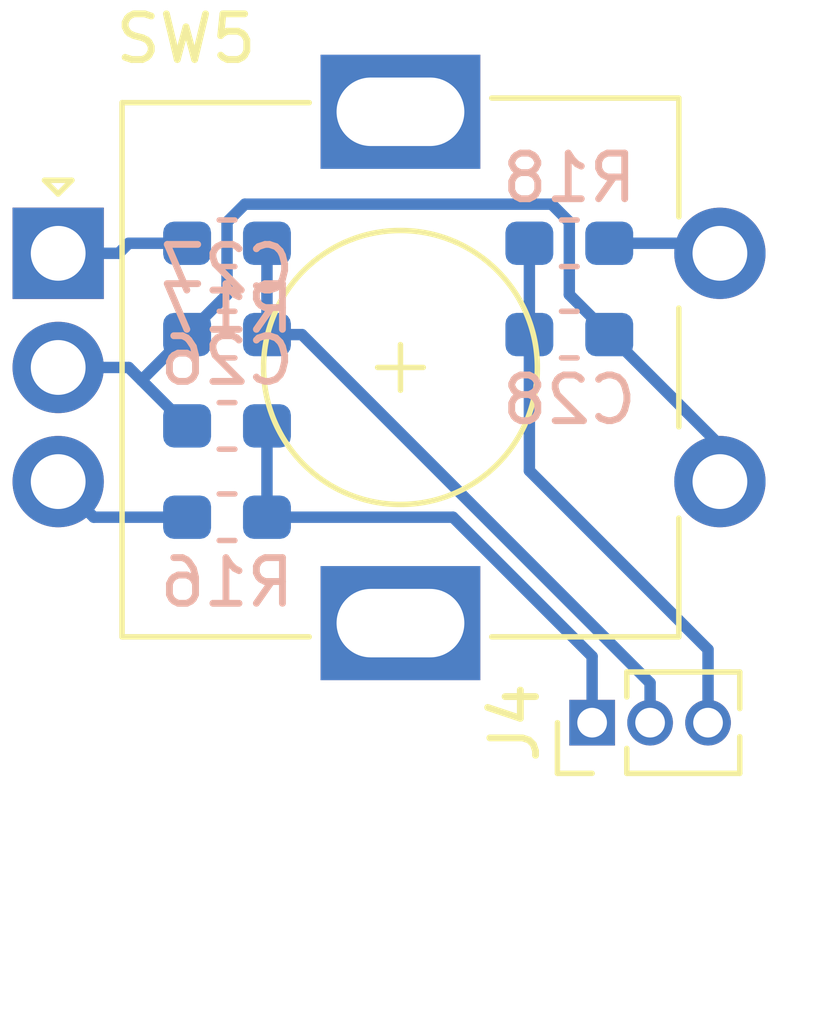
<source format=kicad_pcb>
(kicad_pcb (version 20171130) (host pcbnew 5.1.2-f72e74a~84~ubuntu18.04.1)

  (general
    (thickness 1.6)
    (drawings 0)
    (tracks 32)
    (zones 0)
    (modules 8)
    (nets 8)
  )

  (page A4)
  (layers
    (0 F.Cu signal)
    (31 B.Cu signal)
    (32 B.Adhes user)
    (33 F.Adhes user)
    (34 B.Paste user)
    (35 F.Paste user)
    (36 B.SilkS user)
    (37 F.SilkS user)
    (38 B.Mask user)
    (39 F.Mask user)
    (40 Dwgs.User user)
    (41 Cmts.User user)
    (42 Eco1.User user)
    (43 Eco2.User user)
    (44 Edge.Cuts user)
    (45 Margin user)
    (46 B.CrtYd user)
    (47 F.CrtYd user)
    (48 B.Fab user)
    (49 F.Fab user)
  )

  (setup
    (last_trace_width 0.25)
    (trace_clearance 0.2)
    (zone_clearance 0.508)
    (zone_45_only no)
    (trace_min 0.2)
    (via_size 0.8)
    (via_drill 0.4)
    (via_min_size 0.4)
    (via_min_drill 0.3)
    (uvia_size 0.3)
    (uvia_drill 0.1)
    (uvias_allowed no)
    (uvia_min_size 0.2)
    (uvia_min_drill 0.1)
    (edge_width 0.1)
    (segment_width 0.2)
    (pcb_text_width 0.3)
    (pcb_text_size 1.5 1.5)
    (mod_edge_width 0.15)
    (mod_text_size 1 1)
    (mod_text_width 0.15)
    (pad_size 1.524 1.524)
    (pad_drill 0.762)
    (pad_to_mask_clearance 0)
    (aux_axis_origin 0 0)
    (visible_elements FFFFFF7F)
    (pcbplotparams
      (layerselection 0x010fc_ffffffff)
      (usegerberextensions false)
      (usegerberattributes false)
      (usegerberadvancedattributes false)
      (creategerberjobfile false)
      (excludeedgelayer true)
      (linewidth 0.100000)
      (plotframeref false)
      (viasonmask false)
      (mode 1)
      (useauxorigin false)
      (hpglpennumber 1)
      (hpglpenspeed 20)
      (hpglpendiameter 15.000000)
      (psnegative false)
      (psa4output false)
      (plotreference true)
      (plotvalue true)
      (plotinvisibletext false)
      (padsonsilk false)
      (subtractmaskfromsilk false)
      (outputformat 1)
      (mirror false)
      (drillshape 1)
      (scaleselection 1)
      (outputdirectory ""))
  )

  (net 0 "")
  (net 1 GND)
  (net 2 /A)
  (net 3 /B)
  (net 4 /SW_OUT)
  (net 5 "Net-(R16-Pad1)")
  (net 6 "Net-(R17-Pad1)")
  (net 7 "Net-(R18-Pad1)")

  (net_class Default "This is the default net class."
    (clearance 0.2)
    (trace_width 0.25)
    (via_dia 0.8)
    (via_drill 0.4)
    (uvia_dia 0.3)
    (uvia_drill 0.1)
    (add_net /A)
    (add_net /B)
    (add_net /SW_OUT)
    (add_net GND)
    (add_net "Net-(R16-Pad1)")
    (add_net "Net-(R17-Pad1)")
    (add_net "Net-(R18-Pad1)")
  )

  (module footprint-lib:RotaryEncoder_Alps_EC11E_Vertical_H20mm (layer F.Cu) (tedit 5CEB77F5) (tstamp 5CF3F9B6)
    (at 18.3 17.22)
    (descr "Alps rotary encoder, EC12E... without switch (pins are dummy), vertical shaft, http://www.alps.com/prod/info/E/HTML/Encoder/Incremental/EC11/EC11E15204A3.html")
    (tags "rotary encoder")
    (path /5D32A3C7)
    (fp_text reference SW5 (at 2.8 -4.7) (layer F.SilkS)
      (effects (font (size 1 1) (thickness 0.15)))
    )
    (fp_text value ROT2 (at 7.5 10.4) (layer F.Fab)
      (effects (font (size 1 1) (thickness 0.15)))
    )
    (fp_circle (center 7.5 2.5) (end 10.5 2.5) (layer F.Fab) (width 0.12))
    (fp_circle (center 7.5 2.5) (end 10.5 2.5) (layer F.SilkS) (width 0.12))
    (fp_line (start 15.5 9.35) (end -1.25 9.35) (layer F.CrtYd) (width 0.05))
    (fp_line (start 15.5 9.35) (end 15.5 -4.35) (layer F.CrtYd) (width 0.05))
    (fp_line (start -1.25 -4.35) (end -1.25 9.35) (layer F.CrtYd) (width 0.05))
    (fp_line (start -1.25 -4.35) (end 15.5 -4.35) (layer F.CrtYd) (width 0.05))
    (fp_line (start 2.5 -3.3) (end 13.5 -3.3) (layer F.Fab) (width 0.12))
    (fp_line (start 13.5 -3.3) (end 13.5 8.3) (layer F.Fab) (width 0.12))
    (fp_line (start 13.5 8.3) (end 1.5 8.3) (layer F.Fab) (width 0.12))
    (fp_line (start 1.5 8.3) (end 1.5 -2.2) (layer F.Fab) (width 0.12))
    (fp_line (start 1.5 -2.2) (end 2.5 -3.3) (layer F.Fab) (width 0.12))
    (fp_line (start 9.5 -3.4) (end 13.6 -3.4) (layer F.SilkS) (width 0.12))
    (fp_line (start 13.6 8.4) (end 9.5 8.4) (layer F.SilkS) (width 0.12))
    (fp_line (start 5.5 8.4) (end 1.4 8.4) (layer F.SilkS) (width 0.12))
    (fp_line (start 5.5 -3.3) (end 1.4 -3.3) (layer F.SilkS) (width 0.12))
    (fp_line (start 1.4 -3.3) (end 1.4 8.4) (layer F.SilkS) (width 0.12))
    (fp_line (start 0 -1.3) (end -0.3 -1.6) (layer F.SilkS) (width 0.12))
    (fp_line (start -0.3 -1.6) (end 0.3 -1.6) (layer F.SilkS) (width 0.12))
    (fp_line (start 0.3 -1.6) (end 0 -1.3) (layer F.SilkS) (width 0.12))
    (fp_line (start 7.5 -0.5) (end 7.5 5.5) (layer F.Fab) (width 0.12))
    (fp_line (start 4.5 2.5) (end 10.5 2.5) (layer F.Fab) (width 0.12))
    (fp_line (start 13.6 -3.4) (end 13.6 -0.8) (layer F.SilkS) (width 0.12))
    (fp_line (start 13.6 1.2) (end 13.6 3.8) (layer F.SilkS) (width 0.12))
    (fp_line (start 13.6 5.8) (end 13.6 8.4) (layer F.SilkS) (width 0.12))
    (fp_line (start 7.5 2) (end 7.5 3) (layer F.SilkS) (width 0.12))
    (fp_line (start 7 2.5) (end 8 2.5) (layer F.SilkS) (width 0.12))
    (fp_text user %R (at 11.1 6.3) (layer F.Fab)
      (effects (font (size 1 1) (thickness 0.15)))
    )
    (pad A thru_hole rect (at 0 0) (size 2 2) (drill 1.2) (layers *.Cu *.Mask)
      (net 6 "Net-(R17-Pad1)"))
    (pad C thru_hole circle (at 0 2.5) (size 2 2) (drill 1.2) (layers *.Cu *.Mask)
      (net 1 GND))
    (pad B thru_hole circle (at 0 5) (size 2 2) (drill 1.2) (layers *.Cu *.Mask)
      (net 5 "Net-(R16-Pad1)"))
    (pad MP thru_hole rect (at 7.5 -3.1) (size 3.5 2.5) (drill oval 2.8 1.5) (layers *.Cu *.Mask))
    (pad MP thru_hole rect (at 7.5 8.1) (size 3.5 2.5) (drill oval 2.8 1.5) (layers *.Cu *.Mask))
    (pad D thru_hole circle (at 14.5 0) (size 2 2) (drill 1.2) (layers *.Cu *.Mask)
      (net 7 "Net-(R18-Pad1)"))
    (pad E thru_hole circle (at 14.5 5) (size 2 2) (drill 1.2) (layers *.Cu *.Mask)
      (net 1 GND))
    (model ${KISYS3DMOD}/Rotary_Encoder.3dshapes/RotaryEncoder_Alps_EC11E_Vertical_H20mm.wrl
      (at (xyz 0 0 0))
      (scale (xyz 1 1 1))
      (rotate (xyz 0 0 0))
    )
    (model /home/logic/_workspace/kicad/kicad_library/kicad-packages3d/pec11r-4x20f-sxxxx.stp
      (offset (xyz 7.5 -2.5 5.5))
      (scale (xyz 1 1 1))
      (rotate (xyz -90 0 -90))
    )
  )

  (module Resistor_SMD:R_0603_1608Metric_Pad1.05x0.95mm_HandSolder (layer B.Cu) (tedit 5B301BBD) (tstamp 5CF3F990)
    (at 29.5 17 180)
    (descr "Resistor SMD 0603 (1608 Metric), square (rectangular) end terminal, IPC_7351 nominal with elongated pad for handsoldering. (Body size source: http://www.tortai-tech.com/upload/download/2011102023233369053.pdf), generated with kicad-footprint-generator")
    (tags "resistor handsolder")
    (path /5CED67EF)
    (attr smd)
    (fp_text reference R18 (at 0 1.43) (layer B.SilkS)
      (effects (font (size 1 1) (thickness 0.15)) (justify mirror))
    )
    (fp_text value R273,0603 (at 0 -1.43) (layer B.Fab)
      (effects (font (size 1 1) (thickness 0.15)) (justify mirror))
    )
    (fp_text user %R (at 0 0) (layer B.Fab)
      (effects (font (size 0.4 0.4) (thickness 0.06)) (justify mirror))
    )
    (fp_line (start 1.65 -0.73) (end -1.65 -0.73) (layer B.CrtYd) (width 0.05))
    (fp_line (start 1.65 0.73) (end 1.65 -0.73) (layer B.CrtYd) (width 0.05))
    (fp_line (start -1.65 0.73) (end 1.65 0.73) (layer B.CrtYd) (width 0.05))
    (fp_line (start -1.65 -0.73) (end -1.65 0.73) (layer B.CrtYd) (width 0.05))
    (fp_line (start -0.171267 -0.51) (end 0.171267 -0.51) (layer B.SilkS) (width 0.12))
    (fp_line (start -0.171267 0.51) (end 0.171267 0.51) (layer B.SilkS) (width 0.12))
    (fp_line (start 0.8 -0.4) (end -0.8 -0.4) (layer B.Fab) (width 0.1))
    (fp_line (start 0.8 0.4) (end 0.8 -0.4) (layer B.Fab) (width 0.1))
    (fp_line (start -0.8 0.4) (end 0.8 0.4) (layer B.Fab) (width 0.1))
    (fp_line (start -0.8 -0.4) (end -0.8 0.4) (layer B.Fab) (width 0.1))
    (pad 2 smd roundrect (at 0.875 0 180) (size 1.05 0.95) (layers B.Cu B.Paste B.Mask) (roundrect_rratio 0.25)
      (net 4 /SW_OUT))
    (pad 1 smd roundrect (at -0.875 0 180) (size 1.05 0.95) (layers B.Cu B.Paste B.Mask) (roundrect_rratio 0.25)
      (net 7 "Net-(R18-Pad1)"))
    (model ${KISYS3DMOD}/Resistor_SMD.3dshapes/R_0603_1608Metric.wrl
      (at (xyz 0 0 0))
      (scale (xyz 1 1 1))
      (rotate (xyz 0 0 0))
    )
  )

  (module Resistor_SMD:R_0603_1608Metric_Pad1.05x0.95mm_HandSolder (layer B.Cu) (tedit 5B301BBD) (tstamp 5CF3F97F)
    (at 22 17)
    (descr "Resistor SMD 0603 (1608 Metric), square (rectangular) end terminal, IPC_7351 nominal with elongated pad for handsoldering. (Body size source: http://www.tortai-tech.com/upload/download/2011102023233369053.pdf), generated with kicad-footprint-generator")
    (tags "resistor handsolder")
    (path /5CED6622)
    (attr smd)
    (fp_text reference R17 (at 0 1.43) (layer B.SilkS)
      (effects (font (size 1 1) (thickness 0.15)) (justify mirror))
    )
    (fp_text value R273,0603 (at 0 -1.43) (layer B.Fab)
      (effects (font (size 1 1) (thickness 0.15)) (justify mirror))
    )
    (fp_text user %R (at 0 0) (layer B.Fab)
      (effects (font (size 0.4 0.4) (thickness 0.06)) (justify mirror))
    )
    (fp_line (start 1.65 -0.73) (end -1.65 -0.73) (layer B.CrtYd) (width 0.05))
    (fp_line (start 1.65 0.73) (end 1.65 -0.73) (layer B.CrtYd) (width 0.05))
    (fp_line (start -1.65 0.73) (end 1.65 0.73) (layer B.CrtYd) (width 0.05))
    (fp_line (start -1.65 -0.73) (end -1.65 0.73) (layer B.CrtYd) (width 0.05))
    (fp_line (start -0.171267 -0.51) (end 0.171267 -0.51) (layer B.SilkS) (width 0.12))
    (fp_line (start -0.171267 0.51) (end 0.171267 0.51) (layer B.SilkS) (width 0.12))
    (fp_line (start 0.8 -0.4) (end -0.8 -0.4) (layer B.Fab) (width 0.1))
    (fp_line (start 0.8 0.4) (end 0.8 -0.4) (layer B.Fab) (width 0.1))
    (fp_line (start -0.8 0.4) (end 0.8 0.4) (layer B.Fab) (width 0.1))
    (fp_line (start -0.8 -0.4) (end -0.8 0.4) (layer B.Fab) (width 0.1))
    (pad 2 smd roundrect (at 0.875 0) (size 1.05 0.95) (layers B.Cu B.Paste B.Mask) (roundrect_rratio 0.25)
      (net 3 /B))
    (pad 1 smd roundrect (at -0.875 0) (size 1.05 0.95) (layers B.Cu B.Paste B.Mask) (roundrect_rratio 0.25)
      (net 6 "Net-(R17-Pad1)"))
    (model ${KISYS3DMOD}/Resistor_SMD.3dshapes/R_0603_1608Metric.wrl
      (at (xyz 0 0 0))
      (scale (xyz 1 1 1))
      (rotate (xyz 0 0 0))
    )
  )

  (module Resistor_SMD:R_0603_1608Metric_Pad1.05x0.95mm_HandSolder (layer B.Cu) (tedit 5B301BBD) (tstamp 5CF3F96E)
    (at 22 23)
    (descr "Resistor SMD 0603 (1608 Metric), square (rectangular) end terminal, IPC_7351 nominal with elongated pad for handsoldering. (Body size source: http://www.tortai-tech.com/upload/download/2011102023233369053.pdf), generated with kicad-footprint-generator")
    (tags "resistor handsolder")
    (path /5D32A3BB)
    (attr smd)
    (fp_text reference R16 (at 0 1.43) (layer B.SilkS)
      (effects (font (size 1 1) (thickness 0.15)) (justify mirror))
    )
    (fp_text value R273,0603 (at 0 -1.43) (layer B.Fab)
      (effects (font (size 1 1) (thickness 0.15)) (justify mirror))
    )
    (fp_text user %R (at 0 0) (layer B.Fab)
      (effects (font (size 0.4 0.4) (thickness 0.06)) (justify mirror))
    )
    (fp_line (start 1.65 -0.73) (end -1.65 -0.73) (layer B.CrtYd) (width 0.05))
    (fp_line (start 1.65 0.73) (end 1.65 -0.73) (layer B.CrtYd) (width 0.05))
    (fp_line (start -1.65 0.73) (end 1.65 0.73) (layer B.CrtYd) (width 0.05))
    (fp_line (start -1.65 -0.73) (end -1.65 0.73) (layer B.CrtYd) (width 0.05))
    (fp_line (start -0.171267 -0.51) (end 0.171267 -0.51) (layer B.SilkS) (width 0.12))
    (fp_line (start -0.171267 0.51) (end 0.171267 0.51) (layer B.SilkS) (width 0.12))
    (fp_line (start 0.8 -0.4) (end -0.8 -0.4) (layer B.Fab) (width 0.1))
    (fp_line (start 0.8 0.4) (end 0.8 -0.4) (layer B.Fab) (width 0.1))
    (fp_line (start -0.8 0.4) (end 0.8 0.4) (layer B.Fab) (width 0.1))
    (fp_line (start -0.8 -0.4) (end -0.8 0.4) (layer B.Fab) (width 0.1))
    (pad 2 smd roundrect (at 0.875 0) (size 1.05 0.95) (layers B.Cu B.Paste B.Mask) (roundrect_rratio 0.25)
      (net 2 /A))
    (pad 1 smd roundrect (at -0.875 0) (size 1.05 0.95) (layers B.Cu B.Paste B.Mask) (roundrect_rratio 0.25)
      (net 5 "Net-(R16-Pad1)"))
    (model ${KISYS3DMOD}/Resistor_SMD.3dshapes/R_0603_1608Metric.wrl
      (at (xyz 0 0 0))
      (scale (xyz 1 1 1))
      (rotate (xyz 0 0 0))
    )
  )

  (module Connector_PinHeader_1.27mm:PinHeader_1x03_P1.27mm_Vertical (layer F.Cu) (tedit 59FED6E3) (tstamp 5CF3F95D)
    (at 30 27.5 90)
    (descr "Through hole straight pin header, 1x03, 1.27mm pitch, single row")
    (tags "Through hole pin header THT 1x03 1.27mm single row")
    (path /5D32A3C6)
    (fp_text reference J4 (at 0 -1.695 90) (layer F.SilkS)
      (effects (font (size 1 1) (thickness 0.15)))
    )
    (fp_text value ROT_ENC_HEADER (at 0 4.235 90) (layer F.Fab)
      (effects (font (size 1 1) (thickness 0.15)))
    )
    (fp_text user %R (at 0 1.27) (layer F.Fab)
      (effects (font (size 1 1) (thickness 0.15)))
    )
    (fp_line (start 1.55 -1.15) (end -1.55 -1.15) (layer F.CrtYd) (width 0.05))
    (fp_line (start 1.55 3.7) (end 1.55 -1.15) (layer F.CrtYd) (width 0.05))
    (fp_line (start -1.55 3.7) (end 1.55 3.7) (layer F.CrtYd) (width 0.05))
    (fp_line (start -1.55 -1.15) (end -1.55 3.7) (layer F.CrtYd) (width 0.05))
    (fp_line (start -1.11 -0.76) (end 0 -0.76) (layer F.SilkS) (width 0.12))
    (fp_line (start -1.11 0) (end -1.11 -0.76) (layer F.SilkS) (width 0.12))
    (fp_line (start 0.563471 0.76) (end 1.11 0.76) (layer F.SilkS) (width 0.12))
    (fp_line (start -1.11 0.76) (end -0.563471 0.76) (layer F.SilkS) (width 0.12))
    (fp_line (start 1.11 0.76) (end 1.11 3.235) (layer F.SilkS) (width 0.12))
    (fp_line (start -1.11 0.76) (end -1.11 3.235) (layer F.SilkS) (width 0.12))
    (fp_line (start 0.30753 3.235) (end 1.11 3.235) (layer F.SilkS) (width 0.12))
    (fp_line (start -1.11 3.235) (end -0.30753 3.235) (layer F.SilkS) (width 0.12))
    (fp_line (start -1.05 -0.11) (end -0.525 -0.635) (layer F.Fab) (width 0.1))
    (fp_line (start -1.05 3.175) (end -1.05 -0.11) (layer F.Fab) (width 0.1))
    (fp_line (start 1.05 3.175) (end -1.05 3.175) (layer F.Fab) (width 0.1))
    (fp_line (start 1.05 -0.635) (end 1.05 3.175) (layer F.Fab) (width 0.1))
    (fp_line (start -0.525 -0.635) (end 1.05 -0.635) (layer F.Fab) (width 0.1))
    (pad 3 thru_hole oval (at 0 2.54 90) (size 1 1) (drill 0.65) (layers *.Cu *.Mask)
      (net 4 /SW_OUT))
    (pad 2 thru_hole oval (at 0 1.27 90) (size 1 1) (drill 0.65) (layers *.Cu *.Mask)
      (net 3 /B))
    (pad 1 thru_hole rect (at 0 0 90) (size 1 1) (drill 0.65) (layers *.Cu *.Mask)
      (net 2 /A))
    (model ${KISYS3DMOD}/Connector_PinHeader_1.27mm.3dshapes/PinHeader_1x03_P1.27mm_Vertical.wrl
      (at (xyz 0 0 0))
      (scale (xyz 1 1 1))
      (rotate (xyz 0 0 0))
    )
  )

  (module Capacitor_SMD:C_0603_1608Metric_Pad1.05x0.95mm_HandSolder (layer B.Cu) (tedit 5B301BBE) (tstamp 5CF3F944)
    (at 29.5 19)
    (descr "Capacitor SMD 0603 (1608 Metric), square (rectangular) end terminal, IPC_7351 nominal with elongated pad for handsoldering. (Body size source: http://www.tortai-tech.com/upload/download/2011102023233369053.pdf), generated with kicad-footprint-generator")
    (tags "capacitor handsolder")
    (path /5CED6CD1)
    (attr smd)
    (fp_text reference C28 (at 0 1.43) (layer B.SilkS)
      (effects (font (size 1 1) (thickness 0.15)) (justify mirror))
    )
    (fp_text value C104,0603 (at 0 -1.43) (layer B.Fab)
      (effects (font (size 1 1) (thickness 0.15)) (justify mirror))
    )
    (fp_text user %R (at 0 0) (layer B.Fab)
      (effects (font (size 0.4 0.4) (thickness 0.06)) (justify mirror))
    )
    (fp_line (start 1.65 -0.73) (end -1.65 -0.73) (layer B.CrtYd) (width 0.05))
    (fp_line (start 1.65 0.73) (end 1.65 -0.73) (layer B.CrtYd) (width 0.05))
    (fp_line (start -1.65 0.73) (end 1.65 0.73) (layer B.CrtYd) (width 0.05))
    (fp_line (start -1.65 -0.73) (end -1.65 0.73) (layer B.CrtYd) (width 0.05))
    (fp_line (start -0.171267 -0.51) (end 0.171267 -0.51) (layer B.SilkS) (width 0.12))
    (fp_line (start -0.171267 0.51) (end 0.171267 0.51) (layer B.SilkS) (width 0.12))
    (fp_line (start 0.8 -0.4) (end -0.8 -0.4) (layer B.Fab) (width 0.1))
    (fp_line (start 0.8 0.4) (end 0.8 -0.4) (layer B.Fab) (width 0.1))
    (fp_line (start -0.8 0.4) (end 0.8 0.4) (layer B.Fab) (width 0.1))
    (fp_line (start -0.8 -0.4) (end -0.8 0.4) (layer B.Fab) (width 0.1))
    (pad 2 smd roundrect (at 0.875 0) (size 1.05 0.95) (layers B.Cu B.Paste B.Mask) (roundrect_rratio 0.25)
      (net 1 GND))
    (pad 1 smd roundrect (at -0.875 0) (size 1.05 0.95) (layers B.Cu B.Paste B.Mask) (roundrect_rratio 0.25)
      (net 4 /SW_OUT))
    (model ${KISYS3DMOD}/Capacitor_SMD.3dshapes/C_0603_1608Metric.wrl
      (at (xyz 0 0 0))
      (scale (xyz 1 1 1))
      (rotate (xyz 0 0 0))
    )
  )

  (module Capacitor_SMD:C_0603_1608Metric_Pad1.05x0.95mm_HandSolder (layer B.Cu) (tedit 5B301BBE) (tstamp 5CF3F933)
    (at 22 19 180)
    (descr "Capacitor SMD 0603 (1608 Metric), square (rectangular) end terminal, IPC_7351 nominal with elongated pad for handsoldering. (Body size source: http://www.tortai-tech.com/upload/download/2011102023233369053.pdf), generated with kicad-footprint-generator")
    (tags "capacitor handsolder")
    (path /5CED7298)
    (attr smd)
    (fp_text reference C27 (at 0 1.43) (layer B.SilkS)
      (effects (font (size 1 1) (thickness 0.15)) (justify mirror))
    )
    (fp_text value C104,0603 (at 0 -1.43) (layer B.Fab)
      (effects (font (size 1 1) (thickness 0.15)) (justify mirror))
    )
    (fp_text user %R (at 0 0) (layer B.Fab)
      (effects (font (size 0.4 0.4) (thickness 0.06)) (justify mirror))
    )
    (fp_line (start 1.65 -0.73) (end -1.65 -0.73) (layer B.CrtYd) (width 0.05))
    (fp_line (start 1.65 0.73) (end 1.65 -0.73) (layer B.CrtYd) (width 0.05))
    (fp_line (start -1.65 0.73) (end 1.65 0.73) (layer B.CrtYd) (width 0.05))
    (fp_line (start -1.65 -0.73) (end -1.65 0.73) (layer B.CrtYd) (width 0.05))
    (fp_line (start -0.171267 -0.51) (end 0.171267 -0.51) (layer B.SilkS) (width 0.12))
    (fp_line (start -0.171267 0.51) (end 0.171267 0.51) (layer B.SilkS) (width 0.12))
    (fp_line (start 0.8 -0.4) (end -0.8 -0.4) (layer B.Fab) (width 0.1))
    (fp_line (start 0.8 0.4) (end 0.8 -0.4) (layer B.Fab) (width 0.1))
    (fp_line (start -0.8 0.4) (end 0.8 0.4) (layer B.Fab) (width 0.1))
    (fp_line (start -0.8 -0.4) (end -0.8 0.4) (layer B.Fab) (width 0.1))
    (pad 2 smd roundrect (at 0.875 0 180) (size 1.05 0.95) (layers B.Cu B.Paste B.Mask) (roundrect_rratio 0.25)
      (net 1 GND))
    (pad 1 smd roundrect (at -0.875 0 180) (size 1.05 0.95) (layers B.Cu B.Paste B.Mask) (roundrect_rratio 0.25)
      (net 3 /B))
    (model ${KISYS3DMOD}/Capacitor_SMD.3dshapes/C_0603_1608Metric.wrl
      (at (xyz 0 0 0))
      (scale (xyz 1 1 1))
      (rotate (xyz 0 0 0))
    )
  )

  (module Capacitor_SMD:C_0603_1608Metric_Pad1.05x0.95mm_HandSolder (layer B.Cu) (tedit 5B301BBE) (tstamp 5CF3F922)
    (at 22 21 180)
    (descr "Capacitor SMD 0603 (1608 Metric), square (rectangular) end terminal, IPC_7351 nominal with elongated pad for handsoldering. (Body size source: http://www.tortai-tech.com/upload/download/2011102023233369053.pdf), generated with kicad-footprint-generator")
    (tags "capacitor handsolder")
    (path /5D32A3C0)
    (attr smd)
    (fp_text reference C26 (at 0 1.43) (layer B.SilkS)
      (effects (font (size 1 1) (thickness 0.15)) (justify mirror))
    )
    (fp_text value C104,0603 (at 0 -1.43) (layer B.Fab)
      (effects (font (size 1 1) (thickness 0.15)) (justify mirror))
    )
    (fp_text user %R (at 0 0) (layer B.Fab)
      (effects (font (size 0.4 0.4) (thickness 0.06)) (justify mirror))
    )
    (fp_line (start 1.65 -0.73) (end -1.65 -0.73) (layer B.CrtYd) (width 0.05))
    (fp_line (start 1.65 0.73) (end 1.65 -0.73) (layer B.CrtYd) (width 0.05))
    (fp_line (start -1.65 0.73) (end 1.65 0.73) (layer B.CrtYd) (width 0.05))
    (fp_line (start -1.65 -0.73) (end -1.65 0.73) (layer B.CrtYd) (width 0.05))
    (fp_line (start -0.171267 -0.51) (end 0.171267 -0.51) (layer B.SilkS) (width 0.12))
    (fp_line (start -0.171267 0.51) (end 0.171267 0.51) (layer B.SilkS) (width 0.12))
    (fp_line (start 0.8 -0.4) (end -0.8 -0.4) (layer B.Fab) (width 0.1))
    (fp_line (start 0.8 0.4) (end 0.8 -0.4) (layer B.Fab) (width 0.1))
    (fp_line (start -0.8 0.4) (end 0.8 0.4) (layer B.Fab) (width 0.1))
    (fp_line (start -0.8 -0.4) (end -0.8 0.4) (layer B.Fab) (width 0.1))
    (pad 2 smd roundrect (at 0.875 0 180) (size 1.05 0.95) (layers B.Cu B.Paste B.Mask) (roundrect_rratio 0.25)
      (net 1 GND))
    (pad 1 smd roundrect (at -0.875 0 180) (size 1.05 0.95) (layers B.Cu B.Paste B.Mask) (roundrect_rratio 0.25)
      (net 2 /A))
    (model ${KISYS3DMOD}/Capacitor_SMD.3dshapes/C_0603_1608Metric.wrl
      (at (xyz 0 0 0))
      (scale (xyz 1 1 1))
      (rotate (xyz 0 0 0))
    )
  )

  (segment (start 21.125 19) (end 20.125 20) (width 0.25) (layer B.Cu) (net 1))
  (segment (start 30.375 19) (end 29.5 18.125) (width 0.25) (layer B.Cu) (net 1))
  (segment (start 29.5 18.125) (end 29.5 16.5323) (width 0.25) (layer B.Cu) (net 1))
  (segment (start 29.5 16.5323) (end 29.1113 16.1436) (width 0.25) (layer B.Cu) (net 1))
  (segment (start 29.1113 16.1436) (end 22.3914 16.1436) (width 0.25) (layer B.Cu) (net 1))
  (segment (start 22.3914 16.1436) (end 22 16.535) (width 0.25) (layer B.Cu) (net 1))
  (segment (start 22 16.535) (end 22 18.125) (width 0.25) (layer B.Cu) (net 1))
  (segment (start 22 18.125) (end 21.125 19) (width 0.25) (layer B.Cu) (net 1))
  (segment (start 20.125 20) (end 19.845 19.72) (width 0.25) (layer B.Cu) (net 1))
  (segment (start 19.845 19.72) (end 18.3 19.72) (width 0.25) (layer B.Cu) (net 1))
  (segment (start 21.125 21) (end 20.125 20) (width 0.25) (layer B.Cu) (net 1))
  (segment (start 32.8 22.22) (end 32.8 21.425) (width 0.25) (layer B.Cu) (net 1))
  (segment (start 32.8 21.425) (end 30.375 19) (width 0.25) (layer B.Cu) (net 1))
  (segment (start 30 27.5) (end 30 26.0492) (width 0.25) (layer B.Cu) (net 2))
  (segment (start 30 26.0492) (end 26.9508 23) (width 0.25) (layer B.Cu) (net 2))
  (segment (start 26.9508 23) (end 22.875 23) (width 0.25) (layer B.Cu) (net 2))
  (segment (start 22.875 21) (end 22.875 23) (width 0.25) (layer B.Cu) (net 2))
  (segment (start 31.27 27.5) (end 31.27 26.6294) (width 0.25) (layer B.Cu) (net 3))
  (segment (start 31.27 26.6294) (end 23.6406 19) (width 0.25) (layer B.Cu) (net 3))
  (segment (start 23.6406 19) (end 22.875 19) (width 0.25) (layer B.Cu) (net 3))
  (segment (start 22.875 19) (end 22.875 17) (width 0.25) (layer B.Cu) (net 3))
  (segment (start 28.625 19) (end 28.625 17) (width 0.25) (layer B.Cu) (net 4))
  (segment (start 32.54 27.5) (end 32.54 25.8975) (width 0.25) (layer B.Cu) (net 4))
  (segment (start 32.54 25.8975) (end 28.625 21.9825) (width 0.25) (layer B.Cu) (net 4))
  (segment (start 28.625 21.9825) (end 28.625 19) (width 0.25) (layer B.Cu) (net 4))
  (segment (start 21.125 23) (end 19.08 23) (width 0.25) (layer B.Cu) (net 5))
  (segment (start 19.08 23) (end 18.3 22.22) (width 0.25) (layer B.Cu) (net 5))
  (segment (start 18.3 17.22) (end 19.6253 17.22) (width 0.25) (layer B.Cu) (net 6))
  (segment (start 21.125 17) (end 19.8453 17) (width 0.25) (layer B.Cu) (net 6))
  (segment (start 19.8453 17) (end 19.6253 17.22) (width 0.25) (layer B.Cu) (net 6))
  (segment (start 30.375 17) (end 32.58 17) (width 0.25) (layer B.Cu) (net 7))
  (segment (start 32.58 17) (end 32.8 17.22) (width 0.25) (layer B.Cu) (net 7))

)

</source>
